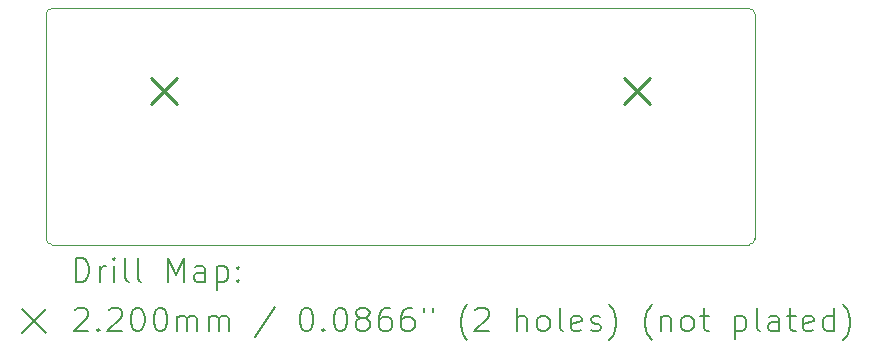
<source format=gbr>
%TF.GenerationSoftware,KiCad,Pcbnew,(6.0.10)*%
%TF.CreationDate,2023-02-04T17:17:54+01:00*%
%TF.ProjectId,Lumissil_IS31FL3742A_breakout,4c756d69-7373-4696-9c5f-49533331464c,rev?*%
%TF.SameCoordinates,Original*%
%TF.FileFunction,Drillmap*%
%TF.FilePolarity,Positive*%
%FSLAX45Y45*%
G04 Gerber Fmt 4.5, Leading zero omitted, Abs format (unit mm)*
G04 Created by KiCad (PCBNEW (6.0.10)) date 2023-02-04 17:17:54*
%MOMM*%
%LPD*%
G01*
G04 APERTURE LIST*
%ADD10C,0.100000*%
%ADD11C,0.200000*%
%ADD12C,0.220000*%
G04 APERTURE END LIST*
D10*
X6250000Y-3550000D02*
X12150000Y-3550000D01*
X6250000Y-3550000D02*
G75*
G03*
X6200000Y-3600000I0J-50000D01*
G01*
X6200000Y-5500000D02*
G75*
G03*
X6250000Y-5550000I50000J0D01*
G01*
X6200000Y-5500000D02*
X6200000Y-3600000D01*
X12150000Y-5550000D02*
X6250000Y-5550000D01*
X12200000Y-3600000D02*
X12200000Y-5500000D01*
X12200000Y-3600000D02*
G75*
G03*
X12150000Y-3550000I-50000J0D01*
G01*
X12150000Y-5550000D02*
G75*
G03*
X12200000Y-5500000I0J50000D01*
G01*
D11*
D12*
X7090000Y-4140000D02*
X7310000Y-4360000D01*
X7310000Y-4140000D02*
X7090000Y-4360000D01*
X11090000Y-4140000D02*
X11310000Y-4360000D01*
X11310000Y-4140000D02*
X11090000Y-4360000D01*
D11*
X6452619Y-5865476D02*
X6452619Y-5665476D01*
X6500238Y-5665476D01*
X6528809Y-5675000D01*
X6547857Y-5694048D01*
X6557381Y-5713095D01*
X6566905Y-5751190D01*
X6566905Y-5779762D01*
X6557381Y-5817857D01*
X6547857Y-5836905D01*
X6528809Y-5855952D01*
X6500238Y-5865476D01*
X6452619Y-5865476D01*
X6652619Y-5865476D02*
X6652619Y-5732143D01*
X6652619Y-5770238D02*
X6662143Y-5751190D01*
X6671667Y-5741667D01*
X6690714Y-5732143D01*
X6709762Y-5732143D01*
X6776428Y-5865476D02*
X6776428Y-5732143D01*
X6776428Y-5665476D02*
X6766905Y-5675000D01*
X6776428Y-5684524D01*
X6785952Y-5675000D01*
X6776428Y-5665476D01*
X6776428Y-5684524D01*
X6900238Y-5865476D02*
X6881190Y-5855952D01*
X6871667Y-5836905D01*
X6871667Y-5665476D01*
X7005000Y-5865476D02*
X6985952Y-5855952D01*
X6976428Y-5836905D01*
X6976428Y-5665476D01*
X7233571Y-5865476D02*
X7233571Y-5665476D01*
X7300238Y-5808333D01*
X7366905Y-5665476D01*
X7366905Y-5865476D01*
X7547857Y-5865476D02*
X7547857Y-5760714D01*
X7538333Y-5741667D01*
X7519286Y-5732143D01*
X7481190Y-5732143D01*
X7462143Y-5741667D01*
X7547857Y-5855952D02*
X7528809Y-5865476D01*
X7481190Y-5865476D01*
X7462143Y-5855952D01*
X7452619Y-5836905D01*
X7452619Y-5817857D01*
X7462143Y-5798809D01*
X7481190Y-5789286D01*
X7528809Y-5789286D01*
X7547857Y-5779762D01*
X7643095Y-5732143D02*
X7643095Y-5932143D01*
X7643095Y-5741667D02*
X7662143Y-5732143D01*
X7700238Y-5732143D01*
X7719286Y-5741667D01*
X7728809Y-5751190D01*
X7738333Y-5770238D01*
X7738333Y-5827381D01*
X7728809Y-5846428D01*
X7719286Y-5855952D01*
X7700238Y-5865476D01*
X7662143Y-5865476D01*
X7643095Y-5855952D01*
X7824048Y-5846428D02*
X7833571Y-5855952D01*
X7824048Y-5865476D01*
X7814524Y-5855952D01*
X7824048Y-5846428D01*
X7824048Y-5865476D01*
X7824048Y-5741667D02*
X7833571Y-5751190D01*
X7824048Y-5760714D01*
X7814524Y-5751190D01*
X7824048Y-5741667D01*
X7824048Y-5760714D01*
X5995000Y-6095000D02*
X6195000Y-6295000D01*
X6195000Y-6095000D02*
X5995000Y-6295000D01*
X6443095Y-6104524D02*
X6452619Y-6095000D01*
X6471667Y-6085476D01*
X6519286Y-6085476D01*
X6538333Y-6095000D01*
X6547857Y-6104524D01*
X6557381Y-6123571D01*
X6557381Y-6142619D01*
X6547857Y-6171190D01*
X6433571Y-6285476D01*
X6557381Y-6285476D01*
X6643095Y-6266428D02*
X6652619Y-6275952D01*
X6643095Y-6285476D01*
X6633571Y-6275952D01*
X6643095Y-6266428D01*
X6643095Y-6285476D01*
X6728809Y-6104524D02*
X6738333Y-6095000D01*
X6757381Y-6085476D01*
X6805000Y-6085476D01*
X6824048Y-6095000D01*
X6833571Y-6104524D01*
X6843095Y-6123571D01*
X6843095Y-6142619D01*
X6833571Y-6171190D01*
X6719286Y-6285476D01*
X6843095Y-6285476D01*
X6966905Y-6085476D02*
X6985952Y-6085476D01*
X7005000Y-6095000D01*
X7014524Y-6104524D01*
X7024048Y-6123571D01*
X7033571Y-6161667D01*
X7033571Y-6209286D01*
X7024048Y-6247381D01*
X7014524Y-6266428D01*
X7005000Y-6275952D01*
X6985952Y-6285476D01*
X6966905Y-6285476D01*
X6947857Y-6275952D01*
X6938333Y-6266428D01*
X6928809Y-6247381D01*
X6919286Y-6209286D01*
X6919286Y-6161667D01*
X6928809Y-6123571D01*
X6938333Y-6104524D01*
X6947857Y-6095000D01*
X6966905Y-6085476D01*
X7157381Y-6085476D02*
X7176428Y-6085476D01*
X7195476Y-6095000D01*
X7205000Y-6104524D01*
X7214524Y-6123571D01*
X7224048Y-6161667D01*
X7224048Y-6209286D01*
X7214524Y-6247381D01*
X7205000Y-6266428D01*
X7195476Y-6275952D01*
X7176428Y-6285476D01*
X7157381Y-6285476D01*
X7138333Y-6275952D01*
X7128809Y-6266428D01*
X7119286Y-6247381D01*
X7109762Y-6209286D01*
X7109762Y-6161667D01*
X7119286Y-6123571D01*
X7128809Y-6104524D01*
X7138333Y-6095000D01*
X7157381Y-6085476D01*
X7309762Y-6285476D02*
X7309762Y-6152143D01*
X7309762Y-6171190D02*
X7319286Y-6161667D01*
X7338333Y-6152143D01*
X7366905Y-6152143D01*
X7385952Y-6161667D01*
X7395476Y-6180714D01*
X7395476Y-6285476D01*
X7395476Y-6180714D02*
X7405000Y-6161667D01*
X7424048Y-6152143D01*
X7452619Y-6152143D01*
X7471667Y-6161667D01*
X7481190Y-6180714D01*
X7481190Y-6285476D01*
X7576428Y-6285476D02*
X7576428Y-6152143D01*
X7576428Y-6171190D02*
X7585952Y-6161667D01*
X7605000Y-6152143D01*
X7633571Y-6152143D01*
X7652619Y-6161667D01*
X7662143Y-6180714D01*
X7662143Y-6285476D01*
X7662143Y-6180714D02*
X7671667Y-6161667D01*
X7690714Y-6152143D01*
X7719286Y-6152143D01*
X7738333Y-6161667D01*
X7747857Y-6180714D01*
X7747857Y-6285476D01*
X8138333Y-6075952D02*
X7966905Y-6333095D01*
X8395476Y-6085476D02*
X8414524Y-6085476D01*
X8433571Y-6095000D01*
X8443095Y-6104524D01*
X8452619Y-6123571D01*
X8462143Y-6161667D01*
X8462143Y-6209286D01*
X8452619Y-6247381D01*
X8443095Y-6266428D01*
X8433571Y-6275952D01*
X8414524Y-6285476D01*
X8395476Y-6285476D01*
X8376428Y-6275952D01*
X8366905Y-6266428D01*
X8357381Y-6247381D01*
X8347857Y-6209286D01*
X8347857Y-6161667D01*
X8357381Y-6123571D01*
X8366905Y-6104524D01*
X8376428Y-6095000D01*
X8395476Y-6085476D01*
X8547857Y-6266428D02*
X8557381Y-6275952D01*
X8547857Y-6285476D01*
X8538333Y-6275952D01*
X8547857Y-6266428D01*
X8547857Y-6285476D01*
X8681190Y-6085476D02*
X8700238Y-6085476D01*
X8719286Y-6095000D01*
X8728810Y-6104524D01*
X8738333Y-6123571D01*
X8747857Y-6161667D01*
X8747857Y-6209286D01*
X8738333Y-6247381D01*
X8728810Y-6266428D01*
X8719286Y-6275952D01*
X8700238Y-6285476D01*
X8681190Y-6285476D01*
X8662143Y-6275952D01*
X8652619Y-6266428D01*
X8643095Y-6247381D01*
X8633571Y-6209286D01*
X8633571Y-6161667D01*
X8643095Y-6123571D01*
X8652619Y-6104524D01*
X8662143Y-6095000D01*
X8681190Y-6085476D01*
X8862143Y-6171190D02*
X8843095Y-6161667D01*
X8833571Y-6152143D01*
X8824048Y-6133095D01*
X8824048Y-6123571D01*
X8833571Y-6104524D01*
X8843095Y-6095000D01*
X8862143Y-6085476D01*
X8900238Y-6085476D01*
X8919286Y-6095000D01*
X8928810Y-6104524D01*
X8938333Y-6123571D01*
X8938333Y-6133095D01*
X8928810Y-6152143D01*
X8919286Y-6161667D01*
X8900238Y-6171190D01*
X8862143Y-6171190D01*
X8843095Y-6180714D01*
X8833571Y-6190238D01*
X8824048Y-6209286D01*
X8824048Y-6247381D01*
X8833571Y-6266428D01*
X8843095Y-6275952D01*
X8862143Y-6285476D01*
X8900238Y-6285476D01*
X8919286Y-6275952D01*
X8928810Y-6266428D01*
X8938333Y-6247381D01*
X8938333Y-6209286D01*
X8928810Y-6190238D01*
X8919286Y-6180714D01*
X8900238Y-6171190D01*
X9109762Y-6085476D02*
X9071667Y-6085476D01*
X9052619Y-6095000D01*
X9043095Y-6104524D01*
X9024048Y-6133095D01*
X9014524Y-6171190D01*
X9014524Y-6247381D01*
X9024048Y-6266428D01*
X9033571Y-6275952D01*
X9052619Y-6285476D01*
X9090714Y-6285476D01*
X9109762Y-6275952D01*
X9119286Y-6266428D01*
X9128810Y-6247381D01*
X9128810Y-6199762D01*
X9119286Y-6180714D01*
X9109762Y-6171190D01*
X9090714Y-6161667D01*
X9052619Y-6161667D01*
X9033571Y-6171190D01*
X9024048Y-6180714D01*
X9014524Y-6199762D01*
X9300238Y-6085476D02*
X9262143Y-6085476D01*
X9243095Y-6095000D01*
X9233571Y-6104524D01*
X9214524Y-6133095D01*
X9205000Y-6171190D01*
X9205000Y-6247381D01*
X9214524Y-6266428D01*
X9224048Y-6275952D01*
X9243095Y-6285476D01*
X9281190Y-6285476D01*
X9300238Y-6275952D01*
X9309762Y-6266428D01*
X9319286Y-6247381D01*
X9319286Y-6199762D01*
X9309762Y-6180714D01*
X9300238Y-6171190D01*
X9281190Y-6161667D01*
X9243095Y-6161667D01*
X9224048Y-6171190D01*
X9214524Y-6180714D01*
X9205000Y-6199762D01*
X9395476Y-6085476D02*
X9395476Y-6123571D01*
X9471667Y-6085476D02*
X9471667Y-6123571D01*
X9766905Y-6361667D02*
X9757381Y-6352143D01*
X9738333Y-6323571D01*
X9728810Y-6304524D01*
X9719286Y-6275952D01*
X9709762Y-6228333D01*
X9709762Y-6190238D01*
X9719286Y-6142619D01*
X9728810Y-6114048D01*
X9738333Y-6095000D01*
X9757381Y-6066428D01*
X9766905Y-6056905D01*
X9833571Y-6104524D02*
X9843095Y-6095000D01*
X9862143Y-6085476D01*
X9909762Y-6085476D01*
X9928810Y-6095000D01*
X9938333Y-6104524D01*
X9947857Y-6123571D01*
X9947857Y-6142619D01*
X9938333Y-6171190D01*
X9824048Y-6285476D01*
X9947857Y-6285476D01*
X10185952Y-6285476D02*
X10185952Y-6085476D01*
X10271667Y-6285476D02*
X10271667Y-6180714D01*
X10262143Y-6161667D01*
X10243095Y-6152143D01*
X10214524Y-6152143D01*
X10195476Y-6161667D01*
X10185952Y-6171190D01*
X10395476Y-6285476D02*
X10376429Y-6275952D01*
X10366905Y-6266428D01*
X10357381Y-6247381D01*
X10357381Y-6190238D01*
X10366905Y-6171190D01*
X10376429Y-6161667D01*
X10395476Y-6152143D01*
X10424048Y-6152143D01*
X10443095Y-6161667D01*
X10452619Y-6171190D01*
X10462143Y-6190238D01*
X10462143Y-6247381D01*
X10452619Y-6266428D01*
X10443095Y-6275952D01*
X10424048Y-6285476D01*
X10395476Y-6285476D01*
X10576429Y-6285476D02*
X10557381Y-6275952D01*
X10547857Y-6256905D01*
X10547857Y-6085476D01*
X10728810Y-6275952D02*
X10709762Y-6285476D01*
X10671667Y-6285476D01*
X10652619Y-6275952D01*
X10643095Y-6256905D01*
X10643095Y-6180714D01*
X10652619Y-6161667D01*
X10671667Y-6152143D01*
X10709762Y-6152143D01*
X10728810Y-6161667D01*
X10738333Y-6180714D01*
X10738333Y-6199762D01*
X10643095Y-6218809D01*
X10814524Y-6275952D02*
X10833571Y-6285476D01*
X10871667Y-6285476D01*
X10890714Y-6275952D01*
X10900238Y-6256905D01*
X10900238Y-6247381D01*
X10890714Y-6228333D01*
X10871667Y-6218809D01*
X10843095Y-6218809D01*
X10824048Y-6209286D01*
X10814524Y-6190238D01*
X10814524Y-6180714D01*
X10824048Y-6161667D01*
X10843095Y-6152143D01*
X10871667Y-6152143D01*
X10890714Y-6161667D01*
X10966905Y-6361667D02*
X10976429Y-6352143D01*
X10995476Y-6323571D01*
X11005000Y-6304524D01*
X11014524Y-6275952D01*
X11024048Y-6228333D01*
X11024048Y-6190238D01*
X11014524Y-6142619D01*
X11005000Y-6114048D01*
X10995476Y-6095000D01*
X10976429Y-6066428D01*
X10966905Y-6056905D01*
X11328809Y-6361667D02*
X11319286Y-6352143D01*
X11300238Y-6323571D01*
X11290714Y-6304524D01*
X11281190Y-6275952D01*
X11271667Y-6228333D01*
X11271667Y-6190238D01*
X11281190Y-6142619D01*
X11290714Y-6114048D01*
X11300238Y-6095000D01*
X11319286Y-6066428D01*
X11328809Y-6056905D01*
X11405000Y-6152143D02*
X11405000Y-6285476D01*
X11405000Y-6171190D02*
X11414524Y-6161667D01*
X11433571Y-6152143D01*
X11462143Y-6152143D01*
X11481190Y-6161667D01*
X11490714Y-6180714D01*
X11490714Y-6285476D01*
X11614524Y-6285476D02*
X11595476Y-6275952D01*
X11585952Y-6266428D01*
X11576428Y-6247381D01*
X11576428Y-6190238D01*
X11585952Y-6171190D01*
X11595476Y-6161667D01*
X11614524Y-6152143D01*
X11643095Y-6152143D01*
X11662143Y-6161667D01*
X11671667Y-6171190D01*
X11681190Y-6190238D01*
X11681190Y-6247381D01*
X11671667Y-6266428D01*
X11662143Y-6275952D01*
X11643095Y-6285476D01*
X11614524Y-6285476D01*
X11738333Y-6152143D02*
X11814524Y-6152143D01*
X11766905Y-6085476D02*
X11766905Y-6256905D01*
X11776428Y-6275952D01*
X11795476Y-6285476D01*
X11814524Y-6285476D01*
X12033571Y-6152143D02*
X12033571Y-6352143D01*
X12033571Y-6161667D02*
X12052619Y-6152143D01*
X12090714Y-6152143D01*
X12109762Y-6161667D01*
X12119286Y-6171190D01*
X12128809Y-6190238D01*
X12128809Y-6247381D01*
X12119286Y-6266428D01*
X12109762Y-6275952D01*
X12090714Y-6285476D01*
X12052619Y-6285476D01*
X12033571Y-6275952D01*
X12243095Y-6285476D02*
X12224048Y-6275952D01*
X12214524Y-6256905D01*
X12214524Y-6085476D01*
X12405000Y-6285476D02*
X12405000Y-6180714D01*
X12395476Y-6161667D01*
X12376428Y-6152143D01*
X12338333Y-6152143D01*
X12319286Y-6161667D01*
X12405000Y-6275952D02*
X12385952Y-6285476D01*
X12338333Y-6285476D01*
X12319286Y-6275952D01*
X12309762Y-6256905D01*
X12309762Y-6237857D01*
X12319286Y-6218809D01*
X12338333Y-6209286D01*
X12385952Y-6209286D01*
X12405000Y-6199762D01*
X12471667Y-6152143D02*
X12547857Y-6152143D01*
X12500238Y-6085476D02*
X12500238Y-6256905D01*
X12509762Y-6275952D01*
X12528809Y-6285476D01*
X12547857Y-6285476D01*
X12690714Y-6275952D02*
X12671667Y-6285476D01*
X12633571Y-6285476D01*
X12614524Y-6275952D01*
X12605000Y-6256905D01*
X12605000Y-6180714D01*
X12614524Y-6161667D01*
X12633571Y-6152143D01*
X12671667Y-6152143D01*
X12690714Y-6161667D01*
X12700238Y-6180714D01*
X12700238Y-6199762D01*
X12605000Y-6218809D01*
X12871667Y-6285476D02*
X12871667Y-6085476D01*
X12871667Y-6275952D02*
X12852619Y-6285476D01*
X12814524Y-6285476D01*
X12795476Y-6275952D01*
X12785952Y-6266428D01*
X12776428Y-6247381D01*
X12776428Y-6190238D01*
X12785952Y-6171190D01*
X12795476Y-6161667D01*
X12814524Y-6152143D01*
X12852619Y-6152143D01*
X12871667Y-6161667D01*
X12947857Y-6361667D02*
X12957381Y-6352143D01*
X12976428Y-6323571D01*
X12985952Y-6304524D01*
X12995476Y-6275952D01*
X13005000Y-6228333D01*
X13005000Y-6190238D01*
X12995476Y-6142619D01*
X12985952Y-6114048D01*
X12976428Y-6095000D01*
X12957381Y-6066428D01*
X12947857Y-6056905D01*
M02*

</source>
